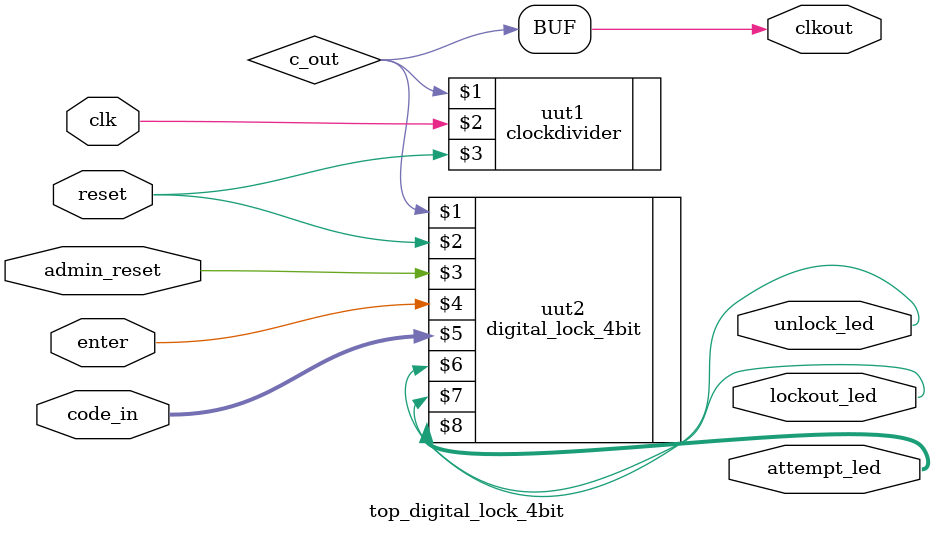
<source format=v>
module top_digital_lock_4bit(input clk,
    input reset,        
    input admin_reset,   
    input enter,        
    input [3:0] code_in, 
    output unlock_led,
    output lockout_led,
    output [2:0] attempt_led,
    output clkout);
  wire c_out;
  assign clkout=c_out;
  clockdivider uut1(c_out,clk,reset);
  digital_lock_4bit uut2(c_out,reset,admin_reset,enter,code_in,unlock_led,lockout_led,attempt_led);  
endmodule

</source>
